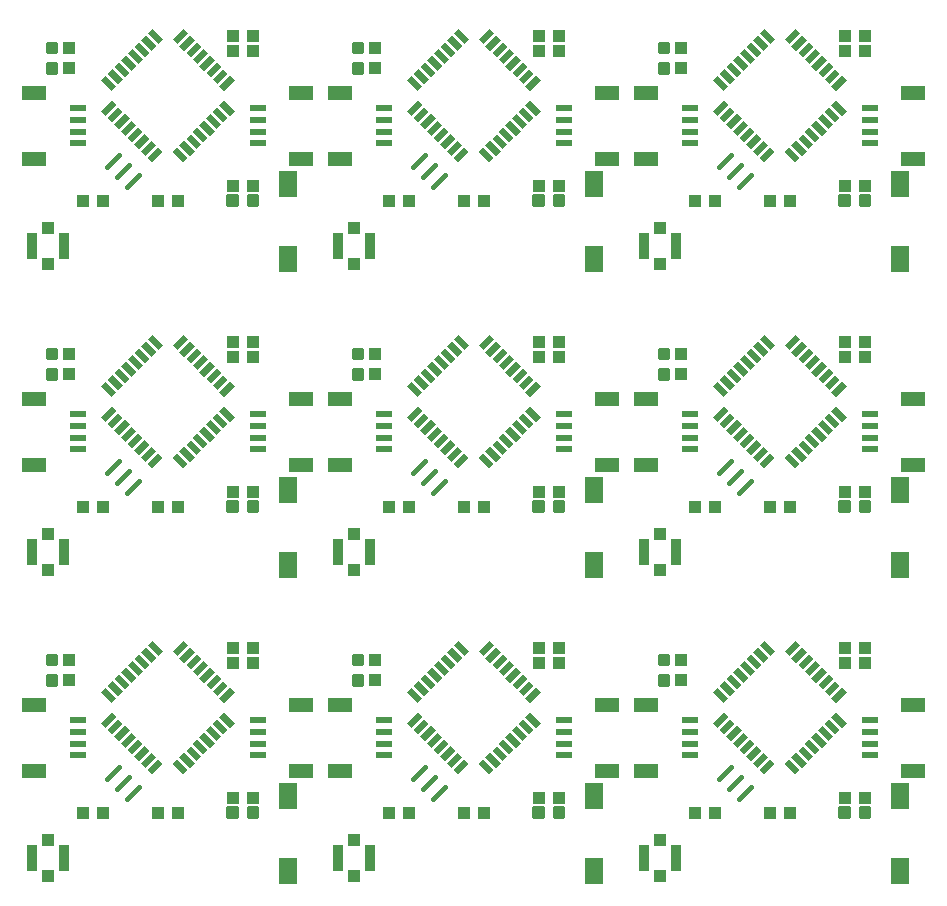
<source format=gtp>
G75*
%MOIN*%
%OFA0B0*%
%FSLAX25Y25*%
%IPPOS*%
%LPD*%
%AMOC8*
5,1,8,0,0,1.08239X$1,22.5*
%
%ADD10R,0.04331X0.03937*%
%ADD11C,0.01181*%
%ADD12R,0.07874X0.04724*%
%ADD13R,0.05315X0.02362*%
%ADD14R,0.03346X0.08661*%
%ADD15R,0.03937X0.04134*%
%ADD16R,0.03937X0.04331*%
%ADD17R,0.06299X0.09055*%
%ADD18R,0.05000X0.02200*%
%ADD19R,0.02200X0.05000*%
%ADD20C,0.01772*%
D10*
X0050404Y0053750D03*
X0057096Y0053750D03*
X0075404Y0053750D03*
X0082096Y0053750D03*
X0100404Y0058750D03*
X0107096Y0058750D03*
X0152404Y0053750D03*
X0159096Y0053750D03*
X0177404Y0053750D03*
X0184096Y0053750D03*
X0202404Y0058750D03*
X0209096Y0058750D03*
X0254404Y0053750D03*
X0261096Y0053750D03*
X0279404Y0053750D03*
X0286096Y0053750D03*
X0304404Y0058750D03*
X0311096Y0058750D03*
X0311096Y0103750D03*
X0304404Y0103750D03*
X0304404Y0108750D03*
X0311096Y0108750D03*
X0286096Y0155750D03*
X0279404Y0155750D03*
X0261096Y0155750D03*
X0254404Y0155750D03*
X0209096Y0160750D03*
X0202404Y0160750D03*
X0184096Y0155750D03*
X0177404Y0155750D03*
X0159096Y0155750D03*
X0152404Y0155750D03*
X0107096Y0160750D03*
X0100404Y0160750D03*
X0082096Y0155750D03*
X0075404Y0155750D03*
X0057096Y0155750D03*
X0050404Y0155750D03*
X0100404Y0108750D03*
X0100404Y0103750D03*
X0107096Y0103750D03*
X0107096Y0108750D03*
X0202404Y0108750D03*
X0202404Y0103750D03*
X0209096Y0103750D03*
X0209096Y0108750D03*
X0304404Y0160750D03*
X0311096Y0160750D03*
X0311096Y0205750D03*
X0311096Y0210750D03*
X0304404Y0210750D03*
X0304404Y0205750D03*
X0286096Y0257750D03*
X0279404Y0257750D03*
X0261096Y0257750D03*
X0254404Y0257750D03*
X0209096Y0262750D03*
X0202404Y0262750D03*
X0184096Y0257750D03*
X0177404Y0257750D03*
X0159096Y0257750D03*
X0152404Y0257750D03*
X0107096Y0262750D03*
X0100404Y0262750D03*
X0082096Y0257750D03*
X0075404Y0257750D03*
X0057096Y0257750D03*
X0050404Y0257750D03*
X0100404Y0210750D03*
X0100404Y0205750D03*
X0107096Y0205750D03*
X0107096Y0210750D03*
X0202404Y0210750D03*
X0202404Y0205750D03*
X0209096Y0205750D03*
X0209096Y0210750D03*
X0304404Y0262750D03*
X0311096Y0262750D03*
X0311096Y0307750D03*
X0304404Y0307750D03*
X0304404Y0312750D03*
X0311096Y0312750D03*
X0209096Y0312750D03*
X0209096Y0307750D03*
X0202404Y0307750D03*
X0202404Y0312750D03*
X0107096Y0312750D03*
X0107096Y0307750D03*
X0100404Y0307750D03*
X0100404Y0312750D03*
D11*
X0140872Y0310081D02*
X0143628Y0310081D01*
X0143628Y0307325D01*
X0140872Y0307325D01*
X0140872Y0310081D01*
X0140872Y0308505D02*
X0143628Y0308505D01*
X0143628Y0309685D02*
X0140872Y0309685D01*
X0140872Y0303175D02*
X0143628Y0303175D01*
X0143628Y0300419D01*
X0140872Y0300419D01*
X0140872Y0303175D01*
X0140872Y0301599D02*
X0143628Y0301599D01*
X0143628Y0302779D02*
X0140872Y0302779D01*
X0108581Y0259128D02*
X0108581Y0256372D01*
X0105825Y0256372D01*
X0105825Y0259128D01*
X0108581Y0259128D01*
X0108581Y0257552D02*
X0105825Y0257552D01*
X0105825Y0258732D02*
X0108581Y0258732D01*
X0101675Y0259128D02*
X0101675Y0256372D01*
X0098919Y0256372D01*
X0098919Y0259128D01*
X0101675Y0259128D01*
X0101675Y0257552D02*
X0098919Y0257552D01*
X0098919Y0258732D02*
X0101675Y0258732D01*
X0140872Y0208081D02*
X0143628Y0208081D01*
X0143628Y0205325D01*
X0140872Y0205325D01*
X0140872Y0208081D01*
X0140872Y0206505D02*
X0143628Y0206505D01*
X0143628Y0207685D02*
X0140872Y0207685D01*
X0140872Y0201175D02*
X0143628Y0201175D01*
X0143628Y0198419D01*
X0140872Y0198419D01*
X0140872Y0201175D01*
X0140872Y0199599D02*
X0143628Y0199599D01*
X0143628Y0200779D02*
X0140872Y0200779D01*
X0108581Y0157128D02*
X0108581Y0154372D01*
X0105825Y0154372D01*
X0105825Y0157128D01*
X0108581Y0157128D01*
X0108581Y0155552D02*
X0105825Y0155552D01*
X0105825Y0156732D02*
X0108581Y0156732D01*
X0101675Y0157128D02*
X0101675Y0154372D01*
X0098919Y0154372D01*
X0098919Y0157128D01*
X0101675Y0157128D01*
X0101675Y0155552D02*
X0098919Y0155552D01*
X0098919Y0156732D02*
X0101675Y0156732D01*
X0140872Y0106081D02*
X0143628Y0106081D01*
X0143628Y0103325D01*
X0140872Y0103325D01*
X0140872Y0106081D01*
X0140872Y0104505D02*
X0143628Y0104505D01*
X0143628Y0105685D02*
X0140872Y0105685D01*
X0140872Y0099175D02*
X0143628Y0099175D01*
X0143628Y0096419D01*
X0140872Y0096419D01*
X0140872Y0099175D01*
X0140872Y0097599D02*
X0143628Y0097599D01*
X0143628Y0098779D02*
X0140872Y0098779D01*
X0108581Y0055128D02*
X0108581Y0052372D01*
X0105825Y0052372D01*
X0105825Y0055128D01*
X0108581Y0055128D01*
X0108581Y0053552D02*
X0105825Y0053552D01*
X0105825Y0054732D02*
X0108581Y0054732D01*
X0101675Y0055128D02*
X0101675Y0052372D01*
X0098919Y0052372D01*
X0098919Y0055128D01*
X0101675Y0055128D01*
X0101675Y0053552D02*
X0098919Y0053552D01*
X0098919Y0054732D02*
X0101675Y0054732D01*
X0041628Y0099175D02*
X0038872Y0099175D01*
X0041628Y0099175D02*
X0041628Y0096419D01*
X0038872Y0096419D01*
X0038872Y0099175D01*
X0038872Y0097599D02*
X0041628Y0097599D01*
X0041628Y0098779D02*
X0038872Y0098779D01*
X0038872Y0106081D02*
X0041628Y0106081D01*
X0041628Y0103325D01*
X0038872Y0103325D01*
X0038872Y0106081D01*
X0038872Y0104505D02*
X0041628Y0104505D01*
X0041628Y0105685D02*
X0038872Y0105685D01*
X0038872Y0201175D02*
X0041628Y0201175D01*
X0041628Y0198419D01*
X0038872Y0198419D01*
X0038872Y0201175D01*
X0038872Y0199599D02*
X0041628Y0199599D01*
X0041628Y0200779D02*
X0038872Y0200779D01*
X0038872Y0208081D02*
X0041628Y0208081D01*
X0041628Y0205325D01*
X0038872Y0205325D01*
X0038872Y0208081D01*
X0038872Y0206505D02*
X0041628Y0206505D01*
X0041628Y0207685D02*
X0038872Y0207685D01*
X0038872Y0303175D02*
X0041628Y0303175D01*
X0041628Y0300419D01*
X0038872Y0300419D01*
X0038872Y0303175D01*
X0038872Y0301599D02*
X0041628Y0301599D01*
X0041628Y0302779D02*
X0038872Y0302779D01*
X0038872Y0310081D02*
X0041628Y0310081D01*
X0041628Y0307325D01*
X0038872Y0307325D01*
X0038872Y0310081D01*
X0038872Y0308505D02*
X0041628Y0308505D01*
X0041628Y0309685D02*
X0038872Y0309685D01*
X0203675Y0259128D02*
X0203675Y0256372D01*
X0200919Y0256372D01*
X0200919Y0259128D01*
X0203675Y0259128D01*
X0203675Y0257552D02*
X0200919Y0257552D01*
X0200919Y0258732D02*
X0203675Y0258732D01*
X0210581Y0259128D02*
X0210581Y0256372D01*
X0207825Y0256372D01*
X0207825Y0259128D01*
X0210581Y0259128D01*
X0210581Y0257552D02*
X0207825Y0257552D01*
X0207825Y0258732D02*
X0210581Y0258732D01*
X0242872Y0303175D02*
X0245628Y0303175D01*
X0245628Y0300419D01*
X0242872Y0300419D01*
X0242872Y0303175D01*
X0242872Y0301599D02*
X0245628Y0301599D01*
X0245628Y0302779D02*
X0242872Y0302779D01*
X0242872Y0310081D02*
X0245628Y0310081D01*
X0245628Y0307325D01*
X0242872Y0307325D01*
X0242872Y0310081D01*
X0242872Y0308505D02*
X0245628Y0308505D01*
X0245628Y0309685D02*
X0242872Y0309685D01*
X0305675Y0259128D02*
X0305675Y0256372D01*
X0302919Y0256372D01*
X0302919Y0259128D01*
X0305675Y0259128D01*
X0305675Y0257552D02*
X0302919Y0257552D01*
X0302919Y0258732D02*
X0305675Y0258732D01*
X0312581Y0259128D02*
X0312581Y0256372D01*
X0309825Y0256372D01*
X0309825Y0259128D01*
X0312581Y0259128D01*
X0312581Y0257552D02*
X0309825Y0257552D01*
X0309825Y0258732D02*
X0312581Y0258732D01*
X0245628Y0208081D02*
X0242872Y0208081D01*
X0245628Y0208081D02*
X0245628Y0205325D01*
X0242872Y0205325D01*
X0242872Y0208081D01*
X0242872Y0206505D02*
X0245628Y0206505D01*
X0245628Y0207685D02*
X0242872Y0207685D01*
X0242872Y0201175D02*
X0245628Y0201175D01*
X0245628Y0198419D01*
X0242872Y0198419D01*
X0242872Y0201175D01*
X0242872Y0199599D02*
X0245628Y0199599D01*
X0245628Y0200779D02*
X0242872Y0200779D01*
X0210581Y0157128D02*
X0210581Y0154372D01*
X0207825Y0154372D01*
X0207825Y0157128D01*
X0210581Y0157128D01*
X0210581Y0155552D02*
X0207825Y0155552D01*
X0207825Y0156732D02*
X0210581Y0156732D01*
X0203675Y0157128D02*
X0203675Y0154372D01*
X0200919Y0154372D01*
X0200919Y0157128D01*
X0203675Y0157128D01*
X0203675Y0155552D02*
X0200919Y0155552D01*
X0200919Y0156732D02*
X0203675Y0156732D01*
X0242872Y0106081D02*
X0245628Y0106081D01*
X0245628Y0103325D01*
X0242872Y0103325D01*
X0242872Y0106081D01*
X0242872Y0104505D02*
X0245628Y0104505D01*
X0245628Y0105685D02*
X0242872Y0105685D01*
X0242872Y0099175D02*
X0245628Y0099175D01*
X0245628Y0096419D01*
X0242872Y0096419D01*
X0242872Y0099175D01*
X0242872Y0097599D02*
X0245628Y0097599D01*
X0245628Y0098779D02*
X0242872Y0098779D01*
X0210581Y0055128D02*
X0210581Y0052372D01*
X0207825Y0052372D01*
X0207825Y0055128D01*
X0210581Y0055128D01*
X0210581Y0053552D02*
X0207825Y0053552D01*
X0207825Y0054732D02*
X0210581Y0054732D01*
X0203675Y0055128D02*
X0203675Y0052372D01*
X0200919Y0052372D01*
X0200919Y0055128D01*
X0203675Y0055128D01*
X0203675Y0053552D02*
X0200919Y0053552D01*
X0200919Y0054732D02*
X0203675Y0054732D01*
X0305675Y0055128D02*
X0305675Y0052372D01*
X0302919Y0052372D01*
X0302919Y0055128D01*
X0305675Y0055128D01*
X0305675Y0053552D02*
X0302919Y0053552D01*
X0302919Y0054732D02*
X0305675Y0054732D01*
X0312581Y0055128D02*
X0312581Y0052372D01*
X0309825Y0052372D01*
X0309825Y0055128D01*
X0312581Y0055128D01*
X0312581Y0053552D02*
X0309825Y0053552D01*
X0309825Y0054732D02*
X0312581Y0054732D01*
X0312581Y0154372D02*
X0312581Y0157128D01*
X0312581Y0154372D02*
X0309825Y0154372D01*
X0309825Y0157128D01*
X0312581Y0157128D01*
X0312581Y0155552D02*
X0309825Y0155552D01*
X0309825Y0156732D02*
X0312581Y0156732D01*
X0305675Y0157128D02*
X0305675Y0154372D01*
X0302919Y0154372D01*
X0302919Y0157128D01*
X0305675Y0157128D01*
X0305675Y0155552D02*
X0302919Y0155552D01*
X0302919Y0156732D02*
X0305675Y0156732D01*
D12*
X0327219Y0169726D03*
X0327219Y0191774D03*
X0327219Y0271726D03*
X0327219Y0293774D03*
X0238281Y0293774D03*
X0225219Y0293774D03*
X0225219Y0271726D03*
X0238281Y0271726D03*
X0238281Y0191774D03*
X0225219Y0191774D03*
X0225219Y0169726D03*
X0238281Y0169726D03*
X0238281Y0089774D03*
X0225219Y0089774D03*
X0225219Y0067726D03*
X0238281Y0067726D03*
X0327219Y0067726D03*
X0327219Y0089774D03*
X0136281Y0089774D03*
X0123219Y0089774D03*
X0123219Y0067726D03*
X0136281Y0067726D03*
X0034281Y0067726D03*
X0034281Y0089774D03*
X0034281Y0169726D03*
X0034281Y0191774D03*
X0034281Y0271726D03*
X0034281Y0293774D03*
X0123219Y0293774D03*
X0136281Y0293774D03*
X0136281Y0271726D03*
X0123219Y0271726D03*
X0123219Y0191774D03*
X0136281Y0191774D03*
X0136281Y0169726D03*
X0123219Y0169726D03*
D13*
X0108750Y0174844D03*
X0108750Y0178781D03*
X0108750Y0182719D03*
X0108750Y0186656D03*
X0150750Y0186656D03*
X0150750Y0182719D03*
X0150750Y0178781D03*
X0150750Y0174844D03*
X0210750Y0174844D03*
X0210750Y0178781D03*
X0210750Y0182719D03*
X0210750Y0186656D03*
X0252750Y0186656D03*
X0252750Y0182719D03*
X0252750Y0178781D03*
X0252750Y0174844D03*
X0312750Y0174844D03*
X0312750Y0178781D03*
X0312750Y0182719D03*
X0312750Y0186656D03*
X0312750Y0276844D03*
X0312750Y0280781D03*
X0312750Y0284719D03*
X0312750Y0288656D03*
X0252750Y0288656D03*
X0252750Y0284719D03*
X0252750Y0280781D03*
X0252750Y0276844D03*
X0210750Y0276844D03*
X0210750Y0280781D03*
X0210750Y0284719D03*
X0210750Y0288656D03*
X0150750Y0288656D03*
X0150750Y0284719D03*
X0150750Y0280781D03*
X0150750Y0276844D03*
X0108750Y0276844D03*
X0108750Y0280781D03*
X0108750Y0284719D03*
X0108750Y0288656D03*
X0048750Y0288656D03*
X0048750Y0284719D03*
X0048750Y0280781D03*
X0048750Y0276844D03*
X0048750Y0186656D03*
X0048750Y0182719D03*
X0048750Y0178781D03*
X0048750Y0174844D03*
X0048750Y0084656D03*
X0048750Y0080719D03*
X0048750Y0076781D03*
X0048750Y0072844D03*
X0108750Y0072844D03*
X0108750Y0076781D03*
X0108750Y0080719D03*
X0108750Y0084656D03*
X0150750Y0084656D03*
X0150750Y0080719D03*
X0150750Y0076781D03*
X0150750Y0072844D03*
X0210750Y0072844D03*
X0210750Y0076781D03*
X0210750Y0080719D03*
X0210750Y0084656D03*
X0252750Y0084656D03*
X0252750Y0080719D03*
X0252750Y0076781D03*
X0252750Y0072844D03*
X0312750Y0072844D03*
X0312750Y0076781D03*
X0312750Y0080719D03*
X0312750Y0084656D03*
D14*
X0248163Y0038750D03*
X0237337Y0038750D03*
X0146163Y0038750D03*
X0135337Y0038750D03*
X0044163Y0038750D03*
X0033337Y0038750D03*
X0033337Y0140750D03*
X0044163Y0140750D03*
X0135337Y0140750D03*
X0146163Y0140750D03*
X0237337Y0140750D03*
X0248163Y0140750D03*
X0248163Y0242750D03*
X0237337Y0242750D03*
X0146163Y0242750D03*
X0135337Y0242750D03*
X0044163Y0242750D03*
X0033337Y0242750D03*
D15*
X0038750Y0032746D03*
X0038750Y0044754D03*
X0038750Y0134746D03*
X0038750Y0146754D03*
X0038750Y0236746D03*
X0038750Y0248754D03*
X0140750Y0248754D03*
X0140750Y0236746D03*
X0140750Y0146754D03*
X0140750Y0134746D03*
X0140750Y0044754D03*
X0140750Y0032746D03*
X0242750Y0032746D03*
X0242750Y0044754D03*
X0242750Y0134746D03*
X0242750Y0146754D03*
X0242750Y0236746D03*
X0242750Y0248754D03*
D16*
X0249750Y0206596D03*
X0249750Y0199904D03*
X0249750Y0104596D03*
X0249750Y0097904D03*
X0147750Y0097904D03*
X0147750Y0104596D03*
X0147750Y0199904D03*
X0147750Y0206596D03*
X0045750Y0206596D03*
X0045750Y0199904D03*
X0045750Y0104596D03*
X0045750Y0097904D03*
X0045750Y0301904D03*
X0045750Y0308596D03*
X0147750Y0308596D03*
X0147750Y0301904D03*
X0249750Y0301904D03*
X0249750Y0308596D03*
D17*
X0220750Y0263152D03*
X0220750Y0238348D03*
X0220750Y0161152D03*
X0220750Y0136348D03*
X0220750Y0059152D03*
X0220750Y0034348D03*
X0322750Y0034348D03*
X0322750Y0059152D03*
X0322750Y0136348D03*
X0322750Y0161152D03*
X0322750Y0238348D03*
X0322750Y0263152D03*
X0118750Y0263152D03*
X0118750Y0238348D03*
X0118750Y0161152D03*
X0118750Y0136348D03*
X0118750Y0059152D03*
X0118750Y0034348D03*
D18*
G36*
X0077140Y0069994D02*
X0073606Y0066460D01*
X0072050Y0068016D01*
X0075584Y0071550D01*
X0077140Y0069994D01*
G37*
G36*
X0074913Y0072221D02*
X0071379Y0068687D01*
X0069823Y0070243D01*
X0073357Y0073777D01*
X0074913Y0072221D01*
G37*
G36*
X0072686Y0074448D02*
X0069152Y0070914D01*
X0067596Y0072470D01*
X0071130Y0076004D01*
X0072686Y0074448D01*
G37*
G36*
X0070458Y0076675D02*
X0066924Y0073141D01*
X0065368Y0074697D01*
X0068902Y0078231D01*
X0070458Y0076675D01*
G37*
G36*
X0068231Y0078902D02*
X0064697Y0075368D01*
X0063141Y0076924D01*
X0066675Y0080458D01*
X0068231Y0078902D01*
G37*
G36*
X0066004Y0081130D02*
X0062470Y0077596D01*
X0060914Y0079152D01*
X0064448Y0082686D01*
X0066004Y0081130D01*
G37*
G36*
X0063777Y0083357D02*
X0060243Y0079823D01*
X0058687Y0081379D01*
X0062221Y0084913D01*
X0063777Y0083357D01*
G37*
G36*
X0061550Y0085584D02*
X0058016Y0082050D01*
X0056460Y0083606D01*
X0059994Y0087140D01*
X0061550Y0085584D01*
G37*
G36*
X0085450Y0109484D02*
X0081916Y0105950D01*
X0080360Y0107506D01*
X0083894Y0111040D01*
X0085450Y0109484D01*
G37*
G36*
X0087677Y0107257D02*
X0084143Y0103723D01*
X0082587Y0105279D01*
X0086121Y0108813D01*
X0087677Y0107257D01*
G37*
G36*
X0089904Y0105030D02*
X0086370Y0101496D01*
X0084814Y0103052D01*
X0088348Y0106586D01*
X0089904Y0105030D01*
G37*
G36*
X0092132Y0102803D02*
X0088598Y0099269D01*
X0087042Y0100825D01*
X0090576Y0104359D01*
X0092132Y0102803D01*
G37*
G36*
X0094359Y0100576D02*
X0090825Y0097042D01*
X0089269Y0098598D01*
X0092803Y0102132D01*
X0094359Y0100576D01*
G37*
G36*
X0096586Y0098348D02*
X0093052Y0094814D01*
X0091496Y0096370D01*
X0095030Y0099904D01*
X0096586Y0098348D01*
G37*
G36*
X0098813Y0096121D02*
X0095279Y0092587D01*
X0093723Y0094143D01*
X0097257Y0097677D01*
X0098813Y0096121D01*
G37*
G36*
X0101040Y0093894D02*
X0097506Y0090360D01*
X0095950Y0091916D01*
X0099484Y0095450D01*
X0101040Y0093894D01*
G37*
G36*
X0163550Y0085584D02*
X0160016Y0082050D01*
X0158460Y0083606D01*
X0161994Y0087140D01*
X0163550Y0085584D01*
G37*
G36*
X0165777Y0083357D02*
X0162243Y0079823D01*
X0160687Y0081379D01*
X0164221Y0084913D01*
X0165777Y0083357D01*
G37*
G36*
X0168004Y0081130D02*
X0164470Y0077596D01*
X0162914Y0079152D01*
X0166448Y0082686D01*
X0168004Y0081130D01*
G37*
G36*
X0170231Y0078902D02*
X0166697Y0075368D01*
X0165141Y0076924D01*
X0168675Y0080458D01*
X0170231Y0078902D01*
G37*
G36*
X0172458Y0076675D02*
X0168924Y0073141D01*
X0167368Y0074697D01*
X0170902Y0078231D01*
X0172458Y0076675D01*
G37*
G36*
X0174686Y0074448D02*
X0171152Y0070914D01*
X0169596Y0072470D01*
X0173130Y0076004D01*
X0174686Y0074448D01*
G37*
G36*
X0176913Y0072221D02*
X0173379Y0068687D01*
X0171823Y0070243D01*
X0175357Y0073777D01*
X0176913Y0072221D01*
G37*
G36*
X0179140Y0069994D02*
X0175606Y0066460D01*
X0174050Y0068016D01*
X0177584Y0071550D01*
X0179140Y0069994D01*
G37*
G36*
X0203040Y0093894D02*
X0199506Y0090360D01*
X0197950Y0091916D01*
X0201484Y0095450D01*
X0203040Y0093894D01*
G37*
G36*
X0200813Y0096121D02*
X0197279Y0092587D01*
X0195723Y0094143D01*
X0199257Y0097677D01*
X0200813Y0096121D01*
G37*
G36*
X0198586Y0098348D02*
X0195052Y0094814D01*
X0193496Y0096370D01*
X0197030Y0099904D01*
X0198586Y0098348D01*
G37*
G36*
X0196359Y0100576D02*
X0192825Y0097042D01*
X0191269Y0098598D01*
X0194803Y0102132D01*
X0196359Y0100576D01*
G37*
G36*
X0194132Y0102803D02*
X0190598Y0099269D01*
X0189042Y0100825D01*
X0192576Y0104359D01*
X0194132Y0102803D01*
G37*
G36*
X0191904Y0105030D02*
X0188370Y0101496D01*
X0186814Y0103052D01*
X0190348Y0106586D01*
X0191904Y0105030D01*
G37*
G36*
X0189677Y0107257D02*
X0186143Y0103723D01*
X0184587Y0105279D01*
X0188121Y0108813D01*
X0189677Y0107257D01*
G37*
G36*
X0187450Y0109484D02*
X0183916Y0105950D01*
X0182360Y0107506D01*
X0185894Y0111040D01*
X0187450Y0109484D01*
G37*
G36*
X0179140Y0171994D02*
X0175606Y0168460D01*
X0174050Y0170016D01*
X0177584Y0173550D01*
X0179140Y0171994D01*
G37*
G36*
X0176913Y0174221D02*
X0173379Y0170687D01*
X0171823Y0172243D01*
X0175357Y0175777D01*
X0176913Y0174221D01*
G37*
G36*
X0174686Y0176448D02*
X0171152Y0172914D01*
X0169596Y0174470D01*
X0173130Y0178004D01*
X0174686Y0176448D01*
G37*
G36*
X0172458Y0178675D02*
X0168924Y0175141D01*
X0167368Y0176697D01*
X0170902Y0180231D01*
X0172458Y0178675D01*
G37*
G36*
X0170231Y0180902D02*
X0166697Y0177368D01*
X0165141Y0178924D01*
X0168675Y0182458D01*
X0170231Y0180902D01*
G37*
G36*
X0168004Y0183130D02*
X0164470Y0179596D01*
X0162914Y0181152D01*
X0166448Y0184686D01*
X0168004Y0183130D01*
G37*
G36*
X0165777Y0185357D02*
X0162243Y0181823D01*
X0160687Y0183379D01*
X0164221Y0186913D01*
X0165777Y0185357D01*
G37*
G36*
X0163550Y0187584D02*
X0160016Y0184050D01*
X0158460Y0185606D01*
X0161994Y0189140D01*
X0163550Y0187584D01*
G37*
G36*
X0189677Y0209257D02*
X0186143Y0205723D01*
X0184587Y0207279D01*
X0188121Y0210813D01*
X0189677Y0209257D01*
G37*
G36*
X0191904Y0207030D02*
X0188370Y0203496D01*
X0186814Y0205052D01*
X0190348Y0208586D01*
X0191904Y0207030D01*
G37*
G36*
X0194132Y0204803D02*
X0190598Y0201269D01*
X0189042Y0202825D01*
X0192576Y0206359D01*
X0194132Y0204803D01*
G37*
G36*
X0196359Y0202576D02*
X0192825Y0199042D01*
X0191269Y0200598D01*
X0194803Y0204132D01*
X0196359Y0202576D01*
G37*
G36*
X0198586Y0200348D02*
X0195052Y0196814D01*
X0193496Y0198370D01*
X0197030Y0201904D01*
X0198586Y0200348D01*
G37*
G36*
X0200813Y0198121D02*
X0197279Y0194587D01*
X0195723Y0196143D01*
X0199257Y0199677D01*
X0200813Y0198121D01*
G37*
G36*
X0203040Y0195894D02*
X0199506Y0192360D01*
X0197950Y0193916D01*
X0201484Y0197450D01*
X0203040Y0195894D01*
G37*
G36*
X0187450Y0211484D02*
X0183916Y0207950D01*
X0182360Y0209506D01*
X0185894Y0213040D01*
X0187450Y0211484D01*
G37*
G36*
X0179140Y0273994D02*
X0175606Y0270460D01*
X0174050Y0272016D01*
X0177584Y0275550D01*
X0179140Y0273994D01*
G37*
G36*
X0176913Y0276221D02*
X0173379Y0272687D01*
X0171823Y0274243D01*
X0175357Y0277777D01*
X0176913Y0276221D01*
G37*
G36*
X0174686Y0278448D02*
X0171152Y0274914D01*
X0169596Y0276470D01*
X0173130Y0280004D01*
X0174686Y0278448D01*
G37*
G36*
X0172458Y0280675D02*
X0168924Y0277141D01*
X0167368Y0278697D01*
X0170902Y0282231D01*
X0172458Y0280675D01*
G37*
G36*
X0170231Y0282902D02*
X0166697Y0279368D01*
X0165141Y0280924D01*
X0168675Y0284458D01*
X0170231Y0282902D01*
G37*
G36*
X0168004Y0285130D02*
X0164470Y0281596D01*
X0162914Y0283152D01*
X0166448Y0286686D01*
X0168004Y0285130D01*
G37*
G36*
X0165777Y0287357D02*
X0162243Y0283823D01*
X0160687Y0285379D01*
X0164221Y0288913D01*
X0165777Y0287357D01*
G37*
G36*
X0163550Y0289584D02*
X0160016Y0286050D01*
X0158460Y0287606D01*
X0161994Y0291140D01*
X0163550Y0289584D01*
G37*
G36*
X0189677Y0311257D02*
X0186143Y0307723D01*
X0184587Y0309279D01*
X0188121Y0312813D01*
X0189677Y0311257D01*
G37*
G36*
X0191904Y0309030D02*
X0188370Y0305496D01*
X0186814Y0307052D01*
X0190348Y0310586D01*
X0191904Y0309030D01*
G37*
G36*
X0194132Y0306803D02*
X0190598Y0303269D01*
X0189042Y0304825D01*
X0192576Y0308359D01*
X0194132Y0306803D01*
G37*
G36*
X0196359Y0304576D02*
X0192825Y0301042D01*
X0191269Y0302598D01*
X0194803Y0306132D01*
X0196359Y0304576D01*
G37*
G36*
X0198586Y0302348D02*
X0195052Y0298814D01*
X0193496Y0300370D01*
X0197030Y0303904D01*
X0198586Y0302348D01*
G37*
G36*
X0200813Y0300121D02*
X0197279Y0296587D01*
X0195723Y0298143D01*
X0199257Y0301677D01*
X0200813Y0300121D01*
G37*
G36*
X0203040Y0297894D02*
X0199506Y0294360D01*
X0197950Y0295916D01*
X0201484Y0299450D01*
X0203040Y0297894D01*
G37*
G36*
X0187450Y0313484D02*
X0183916Y0309950D01*
X0182360Y0311506D01*
X0185894Y0315040D01*
X0187450Y0313484D01*
G37*
G36*
X0265550Y0289584D02*
X0262016Y0286050D01*
X0260460Y0287606D01*
X0263994Y0291140D01*
X0265550Y0289584D01*
G37*
G36*
X0267777Y0287357D02*
X0264243Y0283823D01*
X0262687Y0285379D01*
X0266221Y0288913D01*
X0267777Y0287357D01*
G37*
G36*
X0270004Y0285130D02*
X0266470Y0281596D01*
X0264914Y0283152D01*
X0268448Y0286686D01*
X0270004Y0285130D01*
G37*
G36*
X0272231Y0282902D02*
X0268697Y0279368D01*
X0267141Y0280924D01*
X0270675Y0284458D01*
X0272231Y0282902D01*
G37*
G36*
X0274458Y0280675D02*
X0270924Y0277141D01*
X0269368Y0278697D01*
X0272902Y0282231D01*
X0274458Y0280675D01*
G37*
G36*
X0276686Y0278448D02*
X0273152Y0274914D01*
X0271596Y0276470D01*
X0275130Y0280004D01*
X0276686Y0278448D01*
G37*
G36*
X0278913Y0276221D02*
X0275379Y0272687D01*
X0273823Y0274243D01*
X0277357Y0277777D01*
X0278913Y0276221D01*
G37*
G36*
X0281140Y0273994D02*
X0277606Y0270460D01*
X0276050Y0272016D01*
X0279584Y0275550D01*
X0281140Y0273994D01*
G37*
G36*
X0305040Y0297894D02*
X0301506Y0294360D01*
X0299950Y0295916D01*
X0303484Y0299450D01*
X0305040Y0297894D01*
G37*
G36*
X0302813Y0300121D02*
X0299279Y0296587D01*
X0297723Y0298143D01*
X0301257Y0301677D01*
X0302813Y0300121D01*
G37*
G36*
X0300586Y0302348D02*
X0297052Y0298814D01*
X0295496Y0300370D01*
X0299030Y0303904D01*
X0300586Y0302348D01*
G37*
G36*
X0298359Y0304576D02*
X0294825Y0301042D01*
X0293269Y0302598D01*
X0296803Y0306132D01*
X0298359Y0304576D01*
G37*
G36*
X0296132Y0306803D02*
X0292598Y0303269D01*
X0291042Y0304825D01*
X0294576Y0308359D01*
X0296132Y0306803D01*
G37*
G36*
X0293904Y0309030D02*
X0290370Y0305496D01*
X0288814Y0307052D01*
X0292348Y0310586D01*
X0293904Y0309030D01*
G37*
G36*
X0291677Y0311257D02*
X0288143Y0307723D01*
X0286587Y0309279D01*
X0290121Y0312813D01*
X0291677Y0311257D01*
G37*
G36*
X0289450Y0313484D02*
X0285916Y0309950D01*
X0284360Y0311506D01*
X0287894Y0315040D01*
X0289450Y0313484D01*
G37*
G36*
X0289450Y0211484D02*
X0285916Y0207950D01*
X0284360Y0209506D01*
X0287894Y0213040D01*
X0289450Y0211484D01*
G37*
G36*
X0291677Y0209257D02*
X0288143Y0205723D01*
X0286587Y0207279D01*
X0290121Y0210813D01*
X0291677Y0209257D01*
G37*
G36*
X0293904Y0207030D02*
X0290370Y0203496D01*
X0288814Y0205052D01*
X0292348Y0208586D01*
X0293904Y0207030D01*
G37*
G36*
X0296132Y0204803D02*
X0292598Y0201269D01*
X0291042Y0202825D01*
X0294576Y0206359D01*
X0296132Y0204803D01*
G37*
G36*
X0298359Y0202576D02*
X0294825Y0199042D01*
X0293269Y0200598D01*
X0296803Y0204132D01*
X0298359Y0202576D01*
G37*
G36*
X0300586Y0200348D02*
X0297052Y0196814D01*
X0295496Y0198370D01*
X0299030Y0201904D01*
X0300586Y0200348D01*
G37*
G36*
X0302813Y0198121D02*
X0299279Y0194587D01*
X0297723Y0196143D01*
X0301257Y0199677D01*
X0302813Y0198121D01*
G37*
G36*
X0305040Y0195894D02*
X0301506Y0192360D01*
X0299950Y0193916D01*
X0303484Y0197450D01*
X0305040Y0195894D01*
G37*
G36*
X0281140Y0171994D02*
X0277606Y0168460D01*
X0276050Y0170016D01*
X0279584Y0173550D01*
X0281140Y0171994D01*
G37*
G36*
X0278913Y0174221D02*
X0275379Y0170687D01*
X0273823Y0172243D01*
X0277357Y0175777D01*
X0278913Y0174221D01*
G37*
G36*
X0276686Y0176448D02*
X0273152Y0172914D01*
X0271596Y0174470D01*
X0275130Y0178004D01*
X0276686Y0176448D01*
G37*
G36*
X0274458Y0178675D02*
X0270924Y0175141D01*
X0269368Y0176697D01*
X0272902Y0180231D01*
X0274458Y0178675D01*
G37*
G36*
X0272231Y0180902D02*
X0268697Y0177368D01*
X0267141Y0178924D01*
X0270675Y0182458D01*
X0272231Y0180902D01*
G37*
G36*
X0270004Y0183130D02*
X0266470Y0179596D01*
X0264914Y0181152D01*
X0268448Y0184686D01*
X0270004Y0183130D01*
G37*
G36*
X0267777Y0185357D02*
X0264243Y0181823D01*
X0262687Y0183379D01*
X0266221Y0186913D01*
X0267777Y0185357D01*
G37*
G36*
X0265550Y0187584D02*
X0262016Y0184050D01*
X0260460Y0185606D01*
X0263994Y0189140D01*
X0265550Y0187584D01*
G37*
G36*
X0289450Y0109484D02*
X0285916Y0105950D01*
X0284360Y0107506D01*
X0287894Y0111040D01*
X0289450Y0109484D01*
G37*
G36*
X0291677Y0107257D02*
X0288143Y0103723D01*
X0286587Y0105279D01*
X0290121Y0108813D01*
X0291677Y0107257D01*
G37*
G36*
X0293904Y0105030D02*
X0290370Y0101496D01*
X0288814Y0103052D01*
X0292348Y0106586D01*
X0293904Y0105030D01*
G37*
G36*
X0296132Y0102803D02*
X0292598Y0099269D01*
X0291042Y0100825D01*
X0294576Y0104359D01*
X0296132Y0102803D01*
G37*
G36*
X0298359Y0100576D02*
X0294825Y0097042D01*
X0293269Y0098598D01*
X0296803Y0102132D01*
X0298359Y0100576D01*
G37*
G36*
X0300586Y0098348D02*
X0297052Y0094814D01*
X0295496Y0096370D01*
X0299030Y0099904D01*
X0300586Y0098348D01*
G37*
G36*
X0302813Y0096121D02*
X0299279Y0092587D01*
X0297723Y0094143D01*
X0301257Y0097677D01*
X0302813Y0096121D01*
G37*
G36*
X0305040Y0093894D02*
X0301506Y0090360D01*
X0299950Y0091916D01*
X0303484Y0095450D01*
X0305040Y0093894D01*
G37*
G36*
X0281140Y0069994D02*
X0277606Y0066460D01*
X0276050Y0068016D01*
X0279584Y0071550D01*
X0281140Y0069994D01*
G37*
G36*
X0278913Y0072221D02*
X0275379Y0068687D01*
X0273823Y0070243D01*
X0277357Y0073777D01*
X0278913Y0072221D01*
G37*
G36*
X0276686Y0074448D02*
X0273152Y0070914D01*
X0271596Y0072470D01*
X0275130Y0076004D01*
X0276686Y0074448D01*
G37*
G36*
X0274458Y0076675D02*
X0270924Y0073141D01*
X0269368Y0074697D01*
X0272902Y0078231D01*
X0274458Y0076675D01*
G37*
G36*
X0272231Y0078902D02*
X0268697Y0075368D01*
X0267141Y0076924D01*
X0270675Y0080458D01*
X0272231Y0078902D01*
G37*
G36*
X0270004Y0081130D02*
X0266470Y0077596D01*
X0264914Y0079152D01*
X0268448Y0082686D01*
X0270004Y0081130D01*
G37*
G36*
X0267777Y0083357D02*
X0264243Y0079823D01*
X0262687Y0081379D01*
X0266221Y0084913D01*
X0267777Y0083357D01*
G37*
G36*
X0265550Y0085584D02*
X0262016Y0082050D01*
X0260460Y0083606D01*
X0263994Y0087140D01*
X0265550Y0085584D01*
G37*
G36*
X0101040Y0195894D02*
X0097506Y0192360D01*
X0095950Y0193916D01*
X0099484Y0197450D01*
X0101040Y0195894D01*
G37*
G36*
X0098813Y0198121D02*
X0095279Y0194587D01*
X0093723Y0196143D01*
X0097257Y0199677D01*
X0098813Y0198121D01*
G37*
G36*
X0096586Y0200348D02*
X0093052Y0196814D01*
X0091496Y0198370D01*
X0095030Y0201904D01*
X0096586Y0200348D01*
G37*
G36*
X0094359Y0202576D02*
X0090825Y0199042D01*
X0089269Y0200598D01*
X0092803Y0204132D01*
X0094359Y0202576D01*
G37*
G36*
X0092132Y0204803D02*
X0088598Y0201269D01*
X0087042Y0202825D01*
X0090576Y0206359D01*
X0092132Y0204803D01*
G37*
G36*
X0089904Y0207030D02*
X0086370Y0203496D01*
X0084814Y0205052D01*
X0088348Y0208586D01*
X0089904Y0207030D01*
G37*
G36*
X0087677Y0209257D02*
X0084143Y0205723D01*
X0082587Y0207279D01*
X0086121Y0210813D01*
X0087677Y0209257D01*
G37*
G36*
X0085450Y0211484D02*
X0081916Y0207950D01*
X0080360Y0209506D01*
X0083894Y0213040D01*
X0085450Y0211484D01*
G37*
G36*
X0061550Y0187584D02*
X0058016Y0184050D01*
X0056460Y0185606D01*
X0059994Y0189140D01*
X0061550Y0187584D01*
G37*
G36*
X0063777Y0185357D02*
X0060243Y0181823D01*
X0058687Y0183379D01*
X0062221Y0186913D01*
X0063777Y0185357D01*
G37*
G36*
X0066004Y0183130D02*
X0062470Y0179596D01*
X0060914Y0181152D01*
X0064448Y0184686D01*
X0066004Y0183130D01*
G37*
G36*
X0068231Y0180902D02*
X0064697Y0177368D01*
X0063141Y0178924D01*
X0066675Y0182458D01*
X0068231Y0180902D01*
G37*
G36*
X0070458Y0178675D02*
X0066924Y0175141D01*
X0065368Y0176697D01*
X0068902Y0180231D01*
X0070458Y0178675D01*
G37*
G36*
X0072686Y0176448D02*
X0069152Y0172914D01*
X0067596Y0174470D01*
X0071130Y0178004D01*
X0072686Y0176448D01*
G37*
G36*
X0074913Y0174221D02*
X0071379Y0170687D01*
X0069823Y0172243D01*
X0073357Y0175777D01*
X0074913Y0174221D01*
G37*
G36*
X0077140Y0171994D02*
X0073606Y0168460D01*
X0072050Y0170016D01*
X0075584Y0173550D01*
X0077140Y0171994D01*
G37*
G36*
X0077140Y0273994D02*
X0073606Y0270460D01*
X0072050Y0272016D01*
X0075584Y0275550D01*
X0077140Y0273994D01*
G37*
G36*
X0074913Y0276221D02*
X0071379Y0272687D01*
X0069823Y0274243D01*
X0073357Y0277777D01*
X0074913Y0276221D01*
G37*
G36*
X0072686Y0278448D02*
X0069152Y0274914D01*
X0067596Y0276470D01*
X0071130Y0280004D01*
X0072686Y0278448D01*
G37*
G36*
X0070458Y0280675D02*
X0066924Y0277141D01*
X0065368Y0278697D01*
X0068902Y0282231D01*
X0070458Y0280675D01*
G37*
G36*
X0068231Y0282902D02*
X0064697Y0279368D01*
X0063141Y0280924D01*
X0066675Y0284458D01*
X0068231Y0282902D01*
G37*
G36*
X0066004Y0285130D02*
X0062470Y0281596D01*
X0060914Y0283152D01*
X0064448Y0286686D01*
X0066004Y0285130D01*
G37*
G36*
X0063777Y0287357D02*
X0060243Y0283823D01*
X0058687Y0285379D01*
X0062221Y0288913D01*
X0063777Y0287357D01*
G37*
G36*
X0061550Y0289584D02*
X0058016Y0286050D01*
X0056460Y0287606D01*
X0059994Y0291140D01*
X0061550Y0289584D01*
G37*
G36*
X0085450Y0313484D02*
X0081916Y0309950D01*
X0080360Y0311506D01*
X0083894Y0315040D01*
X0085450Y0313484D01*
G37*
G36*
X0087677Y0311257D02*
X0084143Y0307723D01*
X0082587Y0309279D01*
X0086121Y0312813D01*
X0087677Y0311257D01*
G37*
G36*
X0089904Y0309030D02*
X0086370Y0305496D01*
X0084814Y0307052D01*
X0088348Y0310586D01*
X0089904Y0309030D01*
G37*
G36*
X0092132Y0306803D02*
X0088598Y0303269D01*
X0087042Y0304825D01*
X0090576Y0308359D01*
X0092132Y0306803D01*
G37*
G36*
X0094359Y0304576D02*
X0090825Y0301042D01*
X0089269Y0302598D01*
X0092803Y0306132D01*
X0094359Y0304576D01*
G37*
G36*
X0096586Y0302348D02*
X0093052Y0298814D01*
X0091496Y0300370D01*
X0095030Y0303904D01*
X0096586Y0302348D01*
G37*
G36*
X0098813Y0300121D02*
X0095279Y0296587D01*
X0093723Y0298143D01*
X0097257Y0301677D01*
X0098813Y0300121D01*
G37*
G36*
X0101040Y0297894D02*
X0097506Y0294360D01*
X0095950Y0295916D01*
X0099484Y0299450D01*
X0101040Y0297894D01*
G37*
D19*
G36*
X0101040Y0287606D02*
X0099484Y0286050D01*
X0095950Y0289584D01*
X0097506Y0291140D01*
X0101040Y0287606D01*
G37*
G36*
X0098813Y0285379D02*
X0097257Y0283823D01*
X0093723Y0287357D01*
X0095279Y0288913D01*
X0098813Y0285379D01*
G37*
G36*
X0096586Y0283152D02*
X0095030Y0281596D01*
X0091496Y0285130D01*
X0093052Y0286686D01*
X0096586Y0283152D01*
G37*
G36*
X0094359Y0280924D02*
X0092803Y0279368D01*
X0089269Y0282902D01*
X0090825Y0284458D01*
X0094359Y0280924D01*
G37*
G36*
X0092132Y0278697D02*
X0090576Y0277141D01*
X0087042Y0280675D01*
X0088598Y0282231D01*
X0092132Y0278697D01*
G37*
G36*
X0089904Y0276470D02*
X0088348Y0274914D01*
X0084814Y0278448D01*
X0086370Y0280004D01*
X0089904Y0276470D01*
G37*
G36*
X0087677Y0274243D02*
X0086121Y0272687D01*
X0082587Y0276221D01*
X0084143Y0277777D01*
X0087677Y0274243D01*
G37*
G36*
X0085450Y0272016D02*
X0083894Y0270460D01*
X0080360Y0273994D01*
X0081916Y0275550D01*
X0085450Y0272016D01*
G37*
G36*
X0061550Y0295916D02*
X0059994Y0294360D01*
X0056460Y0297894D01*
X0058016Y0299450D01*
X0061550Y0295916D01*
G37*
G36*
X0063777Y0298143D02*
X0062221Y0296587D01*
X0058687Y0300121D01*
X0060243Y0301677D01*
X0063777Y0298143D01*
G37*
G36*
X0066004Y0300370D02*
X0064448Y0298814D01*
X0060914Y0302348D01*
X0062470Y0303904D01*
X0066004Y0300370D01*
G37*
G36*
X0068231Y0302598D02*
X0066675Y0301042D01*
X0063141Y0304576D01*
X0064697Y0306132D01*
X0068231Y0302598D01*
G37*
G36*
X0070458Y0304825D02*
X0068902Y0303269D01*
X0065368Y0306803D01*
X0066924Y0308359D01*
X0070458Y0304825D01*
G37*
G36*
X0072686Y0307052D02*
X0071130Y0305496D01*
X0067596Y0309030D01*
X0069152Y0310586D01*
X0072686Y0307052D01*
G37*
G36*
X0074913Y0309279D02*
X0073357Y0307723D01*
X0069823Y0311257D01*
X0071379Y0312813D01*
X0074913Y0309279D01*
G37*
G36*
X0077140Y0311506D02*
X0075584Y0309950D01*
X0072050Y0313484D01*
X0073606Y0315040D01*
X0077140Y0311506D01*
G37*
G36*
X0163550Y0295916D02*
X0161994Y0294360D01*
X0158460Y0297894D01*
X0160016Y0299450D01*
X0163550Y0295916D01*
G37*
G36*
X0165777Y0298143D02*
X0164221Y0296587D01*
X0160687Y0300121D01*
X0162243Y0301677D01*
X0165777Y0298143D01*
G37*
G36*
X0168004Y0300370D02*
X0166448Y0298814D01*
X0162914Y0302348D01*
X0164470Y0303904D01*
X0168004Y0300370D01*
G37*
G36*
X0170231Y0302598D02*
X0168675Y0301042D01*
X0165141Y0304576D01*
X0166697Y0306132D01*
X0170231Y0302598D01*
G37*
G36*
X0172458Y0304825D02*
X0170902Y0303269D01*
X0167368Y0306803D01*
X0168924Y0308359D01*
X0172458Y0304825D01*
G37*
G36*
X0174686Y0307052D02*
X0173130Y0305496D01*
X0169596Y0309030D01*
X0171152Y0310586D01*
X0174686Y0307052D01*
G37*
G36*
X0176913Y0309279D02*
X0175357Y0307723D01*
X0171823Y0311257D01*
X0173379Y0312813D01*
X0176913Y0309279D01*
G37*
G36*
X0179140Y0311506D02*
X0177584Y0309950D01*
X0174050Y0313484D01*
X0175606Y0315040D01*
X0179140Y0311506D01*
G37*
G36*
X0203040Y0287606D02*
X0201484Y0286050D01*
X0197950Y0289584D01*
X0199506Y0291140D01*
X0203040Y0287606D01*
G37*
G36*
X0200813Y0285379D02*
X0199257Y0283823D01*
X0195723Y0287357D01*
X0197279Y0288913D01*
X0200813Y0285379D01*
G37*
G36*
X0198586Y0283152D02*
X0197030Y0281596D01*
X0193496Y0285130D01*
X0195052Y0286686D01*
X0198586Y0283152D01*
G37*
G36*
X0196359Y0280924D02*
X0194803Y0279368D01*
X0191269Y0282902D01*
X0192825Y0284458D01*
X0196359Y0280924D01*
G37*
G36*
X0194132Y0278697D02*
X0192576Y0277141D01*
X0189042Y0280675D01*
X0190598Y0282231D01*
X0194132Y0278697D01*
G37*
G36*
X0191904Y0276470D02*
X0190348Y0274914D01*
X0186814Y0278448D01*
X0188370Y0280004D01*
X0191904Y0276470D01*
G37*
G36*
X0189677Y0274243D02*
X0188121Y0272687D01*
X0184587Y0276221D01*
X0186143Y0277777D01*
X0189677Y0274243D01*
G37*
G36*
X0187450Y0272016D02*
X0185894Y0270460D01*
X0182360Y0273994D01*
X0183916Y0275550D01*
X0187450Y0272016D01*
G37*
G36*
X0179140Y0209506D02*
X0177584Y0207950D01*
X0174050Y0211484D01*
X0175606Y0213040D01*
X0179140Y0209506D01*
G37*
G36*
X0176913Y0207279D02*
X0175357Y0205723D01*
X0171823Y0209257D01*
X0173379Y0210813D01*
X0176913Y0207279D01*
G37*
G36*
X0174686Y0205052D02*
X0173130Y0203496D01*
X0169596Y0207030D01*
X0171152Y0208586D01*
X0174686Y0205052D01*
G37*
G36*
X0172458Y0202825D02*
X0170902Y0201269D01*
X0167368Y0204803D01*
X0168924Y0206359D01*
X0172458Y0202825D01*
G37*
G36*
X0170231Y0200598D02*
X0168675Y0199042D01*
X0165141Y0202576D01*
X0166697Y0204132D01*
X0170231Y0200598D01*
G37*
G36*
X0168004Y0198370D02*
X0166448Y0196814D01*
X0162914Y0200348D01*
X0164470Y0201904D01*
X0168004Y0198370D01*
G37*
G36*
X0165777Y0196143D02*
X0164221Y0194587D01*
X0160687Y0198121D01*
X0162243Y0199677D01*
X0165777Y0196143D01*
G37*
G36*
X0163550Y0193916D02*
X0161994Y0192360D01*
X0158460Y0195894D01*
X0160016Y0197450D01*
X0163550Y0193916D01*
G37*
G36*
X0189677Y0172243D02*
X0188121Y0170687D01*
X0184587Y0174221D01*
X0186143Y0175777D01*
X0189677Y0172243D01*
G37*
G36*
X0191904Y0174470D02*
X0190348Y0172914D01*
X0186814Y0176448D01*
X0188370Y0178004D01*
X0191904Y0174470D01*
G37*
G36*
X0194132Y0176697D02*
X0192576Y0175141D01*
X0189042Y0178675D01*
X0190598Y0180231D01*
X0194132Y0176697D01*
G37*
G36*
X0196359Y0178924D02*
X0194803Y0177368D01*
X0191269Y0180902D01*
X0192825Y0182458D01*
X0196359Y0178924D01*
G37*
G36*
X0198586Y0181152D02*
X0197030Y0179596D01*
X0193496Y0183130D01*
X0195052Y0184686D01*
X0198586Y0181152D01*
G37*
G36*
X0200813Y0183379D02*
X0199257Y0181823D01*
X0195723Y0185357D01*
X0197279Y0186913D01*
X0200813Y0183379D01*
G37*
G36*
X0203040Y0185606D02*
X0201484Y0184050D01*
X0197950Y0187584D01*
X0199506Y0189140D01*
X0203040Y0185606D01*
G37*
G36*
X0187450Y0170016D02*
X0185894Y0168460D01*
X0182360Y0171994D01*
X0183916Y0173550D01*
X0187450Y0170016D01*
G37*
G36*
X0179140Y0107506D02*
X0177584Y0105950D01*
X0174050Y0109484D01*
X0175606Y0111040D01*
X0179140Y0107506D01*
G37*
G36*
X0176913Y0105279D02*
X0175357Y0103723D01*
X0171823Y0107257D01*
X0173379Y0108813D01*
X0176913Y0105279D01*
G37*
G36*
X0174686Y0103052D02*
X0173130Y0101496D01*
X0169596Y0105030D01*
X0171152Y0106586D01*
X0174686Y0103052D01*
G37*
G36*
X0172458Y0100825D02*
X0170902Y0099269D01*
X0167368Y0102803D01*
X0168924Y0104359D01*
X0172458Y0100825D01*
G37*
G36*
X0170231Y0098598D02*
X0168675Y0097042D01*
X0165141Y0100576D01*
X0166697Y0102132D01*
X0170231Y0098598D01*
G37*
G36*
X0168004Y0096370D02*
X0166448Y0094814D01*
X0162914Y0098348D01*
X0164470Y0099904D01*
X0168004Y0096370D01*
G37*
G36*
X0165777Y0094143D02*
X0164221Y0092587D01*
X0160687Y0096121D01*
X0162243Y0097677D01*
X0165777Y0094143D01*
G37*
G36*
X0163550Y0091916D02*
X0161994Y0090360D01*
X0158460Y0093894D01*
X0160016Y0095450D01*
X0163550Y0091916D01*
G37*
G36*
X0187450Y0068016D02*
X0185894Y0066460D01*
X0182360Y0069994D01*
X0183916Y0071550D01*
X0187450Y0068016D01*
G37*
G36*
X0189677Y0070243D02*
X0188121Y0068687D01*
X0184587Y0072221D01*
X0186143Y0073777D01*
X0189677Y0070243D01*
G37*
G36*
X0191904Y0072470D02*
X0190348Y0070914D01*
X0186814Y0074448D01*
X0188370Y0076004D01*
X0191904Y0072470D01*
G37*
G36*
X0194132Y0074697D02*
X0192576Y0073141D01*
X0189042Y0076675D01*
X0190598Y0078231D01*
X0194132Y0074697D01*
G37*
G36*
X0196359Y0076924D02*
X0194803Y0075368D01*
X0191269Y0078902D01*
X0192825Y0080458D01*
X0196359Y0076924D01*
G37*
G36*
X0198586Y0079152D02*
X0197030Y0077596D01*
X0193496Y0081130D01*
X0195052Y0082686D01*
X0198586Y0079152D01*
G37*
G36*
X0200813Y0081379D02*
X0199257Y0079823D01*
X0195723Y0083357D01*
X0197279Y0084913D01*
X0200813Y0081379D01*
G37*
G36*
X0203040Y0083606D02*
X0201484Y0082050D01*
X0197950Y0085584D01*
X0199506Y0087140D01*
X0203040Y0083606D01*
G37*
G36*
X0265550Y0091916D02*
X0263994Y0090360D01*
X0260460Y0093894D01*
X0262016Y0095450D01*
X0265550Y0091916D01*
G37*
G36*
X0267777Y0094143D02*
X0266221Y0092587D01*
X0262687Y0096121D01*
X0264243Y0097677D01*
X0267777Y0094143D01*
G37*
G36*
X0270004Y0096370D02*
X0268448Y0094814D01*
X0264914Y0098348D01*
X0266470Y0099904D01*
X0270004Y0096370D01*
G37*
G36*
X0272231Y0098598D02*
X0270675Y0097042D01*
X0267141Y0100576D01*
X0268697Y0102132D01*
X0272231Y0098598D01*
G37*
G36*
X0274458Y0100825D02*
X0272902Y0099269D01*
X0269368Y0102803D01*
X0270924Y0104359D01*
X0274458Y0100825D01*
G37*
G36*
X0276686Y0103052D02*
X0275130Y0101496D01*
X0271596Y0105030D01*
X0273152Y0106586D01*
X0276686Y0103052D01*
G37*
G36*
X0278913Y0105279D02*
X0277357Y0103723D01*
X0273823Y0107257D01*
X0275379Y0108813D01*
X0278913Y0105279D01*
G37*
G36*
X0281140Y0107506D02*
X0279584Y0105950D01*
X0276050Y0109484D01*
X0277606Y0111040D01*
X0281140Y0107506D01*
G37*
G36*
X0305040Y0083606D02*
X0303484Y0082050D01*
X0299950Y0085584D01*
X0301506Y0087140D01*
X0305040Y0083606D01*
G37*
G36*
X0302813Y0081379D02*
X0301257Y0079823D01*
X0297723Y0083357D01*
X0299279Y0084913D01*
X0302813Y0081379D01*
G37*
G36*
X0300586Y0079152D02*
X0299030Y0077596D01*
X0295496Y0081130D01*
X0297052Y0082686D01*
X0300586Y0079152D01*
G37*
G36*
X0298359Y0076924D02*
X0296803Y0075368D01*
X0293269Y0078902D01*
X0294825Y0080458D01*
X0298359Y0076924D01*
G37*
G36*
X0296132Y0074697D02*
X0294576Y0073141D01*
X0291042Y0076675D01*
X0292598Y0078231D01*
X0296132Y0074697D01*
G37*
G36*
X0293904Y0072470D02*
X0292348Y0070914D01*
X0288814Y0074448D01*
X0290370Y0076004D01*
X0293904Y0072470D01*
G37*
G36*
X0291677Y0070243D02*
X0290121Y0068687D01*
X0286587Y0072221D01*
X0288143Y0073777D01*
X0291677Y0070243D01*
G37*
G36*
X0289450Y0068016D02*
X0287894Y0066460D01*
X0284360Y0069994D01*
X0285916Y0071550D01*
X0289450Y0068016D01*
G37*
G36*
X0289450Y0170016D02*
X0287894Y0168460D01*
X0284360Y0171994D01*
X0285916Y0173550D01*
X0289450Y0170016D01*
G37*
G36*
X0291677Y0172243D02*
X0290121Y0170687D01*
X0286587Y0174221D01*
X0288143Y0175777D01*
X0291677Y0172243D01*
G37*
G36*
X0293904Y0174470D02*
X0292348Y0172914D01*
X0288814Y0176448D01*
X0290370Y0178004D01*
X0293904Y0174470D01*
G37*
G36*
X0296132Y0176697D02*
X0294576Y0175141D01*
X0291042Y0178675D01*
X0292598Y0180231D01*
X0296132Y0176697D01*
G37*
G36*
X0298359Y0178924D02*
X0296803Y0177368D01*
X0293269Y0180902D01*
X0294825Y0182458D01*
X0298359Y0178924D01*
G37*
G36*
X0300586Y0181152D02*
X0299030Y0179596D01*
X0295496Y0183130D01*
X0297052Y0184686D01*
X0300586Y0181152D01*
G37*
G36*
X0302813Y0183379D02*
X0301257Y0181823D01*
X0297723Y0185357D01*
X0299279Y0186913D01*
X0302813Y0183379D01*
G37*
G36*
X0305040Y0185606D02*
X0303484Y0184050D01*
X0299950Y0187584D01*
X0301506Y0189140D01*
X0305040Y0185606D01*
G37*
G36*
X0281140Y0209506D02*
X0279584Y0207950D01*
X0276050Y0211484D01*
X0277606Y0213040D01*
X0281140Y0209506D01*
G37*
G36*
X0278913Y0207279D02*
X0277357Y0205723D01*
X0273823Y0209257D01*
X0275379Y0210813D01*
X0278913Y0207279D01*
G37*
G36*
X0276686Y0205052D02*
X0275130Y0203496D01*
X0271596Y0207030D01*
X0273152Y0208586D01*
X0276686Y0205052D01*
G37*
G36*
X0274458Y0202825D02*
X0272902Y0201269D01*
X0269368Y0204803D01*
X0270924Y0206359D01*
X0274458Y0202825D01*
G37*
G36*
X0272231Y0200598D02*
X0270675Y0199042D01*
X0267141Y0202576D01*
X0268697Y0204132D01*
X0272231Y0200598D01*
G37*
G36*
X0270004Y0198370D02*
X0268448Y0196814D01*
X0264914Y0200348D01*
X0266470Y0201904D01*
X0270004Y0198370D01*
G37*
G36*
X0267777Y0196143D02*
X0266221Y0194587D01*
X0262687Y0198121D01*
X0264243Y0199677D01*
X0267777Y0196143D01*
G37*
G36*
X0265550Y0193916D02*
X0263994Y0192360D01*
X0260460Y0195894D01*
X0262016Y0197450D01*
X0265550Y0193916D01*
G37*
G36*
X0289450Y0272016D02*
X0287894Y0270460D01*
X0284360Y0273994D01*
X0285916Y0275550D01*
X0289450Y0272016D01*
G37*
G36*
X0291677Y0274243D02*
X0290121Y0272687D01*
X0286587Y0276221D01*
X0288143Y0277777D01*
X0291677Y0274243D01*
G37*
G36*
X0293904Y0276470D02*
X0292348Y0274914D01*
X0288814Y0278448D01*
X0290370Y0280004D01*
X0293904Y0276470D01*
G37*
G36*
X0296132Y0278697D02*
X0294576Y0277141D01*
X0291042Y0280675D01*
X0292598Y0282231D01*
X0296132Y0278697D01*
G37*
G36*
X0298359Y0280924D02*
X0296803Y0279368D01*
X0293269Y0282902D01*
X0294825Y0284458D01*
X0298359Y0280924D01*
G37*
G36*
X0300586Y0283152D02*
X0299030Y0281596D01*
X0295496Y0285130D01*
X0297052Y0286686D01*
X0300586Y0283152D01*
G37*
G36*
X0302813Y0285379D02*
X0301257Y0283823D01*
X0297723Y0287357D01*
X0299279Y0288913D01*
X0302813Y0285379D01*
G37*
G36*
X0305040Y0287606D02*
X0303484Y0286050D01*
X0299950Y0289584D01*
X0301506Y0291140D01*
X0305040Y0287606D01*
G37*
G36*
X0281140Y0311506D02*
X0279584Y0309950D01*
X0276050Y0313484D01*
X0277606Y0315040D01*
X0281140Y0311506D01*
G37*
G36*
X0278913Y0309279D02*
X0277357Y0307723D01*
X0273823Y0311257D01*
X0275379Y0312813D01*
X0278913Y0309279D01*
G37*
G36*
X0276686Y0307052D02*
X0275130Y0305496D01*
X0271596Y0309030D01*
X0273152Y0310586D01*
X0276686Y0307052D01*
G37*
G36*
X0274458Y0304825D02*
X0272902Y0303269D01*
X0269368Y0306803D01*
X0270924Y0308359D01*
X0274458Y0304825D01*
G37*
G36*
X0272231Y0302598D02*
X0270675Y0301042D01*
X0267141Y0304576D01*
X0268697Y0306132D01*
X0272231Y0302598D01*
G37*
G36*
X0270004Y0300370D02*
X0268448Y0298814D01*
X0264914Y0302348D01*
X0266470Y0303904D01*
X0270004Y0300370D01*
G37*
G36*
X0267777Y0298143D02*
X0266221Y0296587D01*
X0262687Y0300121D01*
X0264243Y0301677D01*
X0267777Y0298143D01*
G37*
G36*
X0265550Y0295916D02*
X0263994Y0294360D01*
X0260460Y0297894D01*
X0262016Y0299450D01*
X0265550Y0295916D01*
G37*
G36*
X0101040Y0185606D02*
X0099484Y0184050D01*
X0095950Y0187584D01*
X0097506Y0189140D01*
X0101040Y0185606D01*
G37*
G36*
X0098813Y0183379D02*
X0097257Y0181823D01*
X0093723Y0185357D01*
X0095279Y0186913D01*
X0098813Y0183379D01*
G37*
G36*
X0096586Y0181152D02*
X0095030Y0179596D01*
X0091496Y0183130D01*
X0093052Y0184686D01*
X0096586Y0181152D01*
G37*
G36*
X0094359Y0178924D02*
X0092803Y0177368D01*
X0089269Y0180902D01*
X0090825Y0182458D01*
X0094359Y0178924D01*
G37*
G36*
X0092132Y0176697D02*
X0090576Y0175141D01*
X0087042Y0178675D01*
X0088598Y0180231D01*
X0092132Y0176697D01*
G37*
G36*
X0089904Y0174470D02*
X0088348Y0172914D01*
X0084814Y0176448D01*
X0086370Y0178004D01*
X0089904Y0174470D01*
G37*
G36*
X0087677Y0172243D02*
X0086121Y0170687D01*
X0082587Y0174221D01*
X0084143Y0175777D01*
X0087677Y0172243D01*
G37*
G36*
X0085450Y0170016D02*
X0083894Y0168460D01*
X0080360Y0171994D01*
X0081916Y0173550D01*
X0085450Y0170016D01*
G37*
G36*
X0061550Y0193916D02*
X0059994Y0192360D01*
X0056460Y0195894D01*
X0058016Y0197450D01*
X0061550Y0193916D01*
G37*
G36*
X0063777Y0196143D02*
X0062221Y0194587D01*
X0058687Y0198121D01*
X0060243Y0199677D01*
X0063777Y0196143D01*
G37*
G36*
X0066004Y0198370D02*
X0064448Y0196814D01*
X0060914Y0200348D01*
X0062470Y0201904D01*
X0066004Y0198370D01*
G37*
G36*
X0068231Y0200598D02*
X0066675Y0199042D01*
X0063141Y0202576D01*
X0064697Y0204132D01*
X0068231Y0200598D01*
G37*
G36*
X0070458Y0202825D02*
X0068902Y0201269D01*
X0065368Y0204803D01*
X0066924Y0206359D01*
X0070458Y0202825D01*
G37*
G36*
X0072686Y0205052D02*
X0071130Y0203496D01*
X0067596Y0207030D01*
X0069152Y0208586D01*
X0072686Y0205052D01*
G37*
G36*
X0074913Y0207279D02*
X0073357Y0205723D01*
X0069823Y0209257D01*
X0071379Y0210813D01*
X0074913Y0207279D01*
G37*
G36*
X0077140Y0209506D02*
X0075584Y0207950D01*
X0072050Y0211484D01*
X0073606Y0213040D01*
X0077140Y0209506D01*
G37*
G36*
X0077140Y0107506D02*
X0075584Y0105950D01*
X0072050Y0109484D01*
X0073606Y0111040D01*
X0077140Y0107506D01*
G37*
G36*
X0074913Y0105279D02*
X0073357Y0103723D01*
X0069823Y0107257D01*
X0071379Y0108813D01*
X0074913Y0105279D01*
G37*
G36*
X0072686Y0103052D02*
X0071130Y0101496D01*
X0067596Y0105030D01*
X0069152Y0106586D01*
X0072686Y0103052D01*
G37*
G36*
X0070458Y0100825D02*
X0068902Y0099269D01*
X0065368Y0102803D01*
X0066924Y0104359D01*
X0070458Y0100825D01*
G37*
G36*
X0068231Y0098598D02*
X0066675Y0097042D01*
X0063141Y0100576D01*
X0064697Y0102132D01*
X0068231Y0098598D01*
G37*
G36*
X0066004Y0096370D02*
X0064448Y0094814D01*
X0060914Y0098348D01*
X0062470Y0099904D01*
X0066004Y0096370D01*
G37*
G36*
X0063777Y0094143D02*
X0062221Y0092587D01*
X0058687Y0096121D01*
X0060243Y0097677D01*
X0063777Y0094143D01*
G37*
G36*
X0061550Y0091916D02*
X0059994Y0090360D01*
X0056460Y0093894D01*
X0058016Y0095450D01*
X0061550Y0091916D01*
G37*
G36*
X0085450Y0068016D02*
X0083894Y0066460D01*
X0080360Y0069994D01*
X0081916Y0071550D01*
X0085450Y0068016D01*
G37*
G36*
X0087677Y0070243D02*
X0086121Y0068687D01*
X0082587Y0072221D01*
X0084143Y0073777D01*
X0087677Y0070243D01*
G37*
G36*
X0089904Y0072470D02*
X0088348Y0070914D01*
X0084814Y0074448D01*
X0086370Y0076004D01*
X0089904Y0072470D01*
G37*
G36*
X0092132Y0074697D02*
X0090576Y0073141D01*
X0087042Y0076675D01*
X0088598Y0078231D01*
X0092132Y0074697D01*
G37*
G36*
X0094359Y0076924D02*
X0092803Y0075368D01*
X0089269Y0078902D01*
X0090825Y0080458D01*
X0094359Y0076924D01*
G37*
G36*
X0096586Y0079152D02*
X0095030Y0077596D01*
X0091496Y0081130D01*
X0093052Y0082686D01*
X0096586Y0079152D01*
G37*
G36*
X0098813Y0081379D02*
X0097257Y0079823D01*
X0093723Y0083357D01*
X0095279Y0084913D01*
X0098813Y0081379D01*
G37*
G36*
X0101040Y0083606D02*
X0099484Y0082050D01*
X0095950Y0085584D01*
X0097506Y0087140D01*
X0101040Y0083606D01*
G37*
D20*
X0069116Y0062434D02*
X0065066Y0058384D01*
X0061725Y0061725D02*
X0065775Y0065775D01*
X0062434Y0069116D02*
X0058384Y0065066D01*
X0160384Y0065066D02*
X0164434Y0069116D01*
X0167775Y0065775D02*
X0163725Y0061725D01*
X0167066Y0058384D02*
X0171116Y0062434D01*
X0262384Y0065066D02*
X0266434Y0069116D01*
X0269775Y0065775D02*
X0265725Y0061725D01*
X0269066Y0058384D02*
X0273116Y0062434D01*
X0269066Y0160384D02*
X0273116Y0164434D01*
X0269775Y0167775D02*
X0265725Y0163725D01*
X0262384Y0167066D02*
X0266434Y0171116D01*
X0171116Y0164434D02*
X0167066Y0160384D01*
X0163725Y0163725D02*
X0167775Y0167775D01*
X0164434Y0171116D02*
X0160384Y0167066D01*
X0069116Y0164434D02*
X0065066Y0160384D01*
X0061725Y0163725D02*
X0065775Y0167775D01*
X0062434Y0171116D02*
X0058384Y0167066D01*
X0065066Y0262384D02*
X0069116Y0266434D01*
X0065775Y0269775D02*
X0061725Y0265725D01*
X0058384Y0269066D02*
X0062434Y0273116D01*
X0160384Y0269066D02*
X0164434Y0273116D01*
X0167775Y0269775D02*
X0163725Y0265725D01*
X0167066Y0262384D02*
X0171116Y0266434D01*
X0262384Y0269066D02*
X0266434Y0273116D01*
X0269775Y0269775D02*
X0265725Y0265725D01*
X0269066Y0262384D02*
X0273116Y0266434D01*
M02*

</source>
